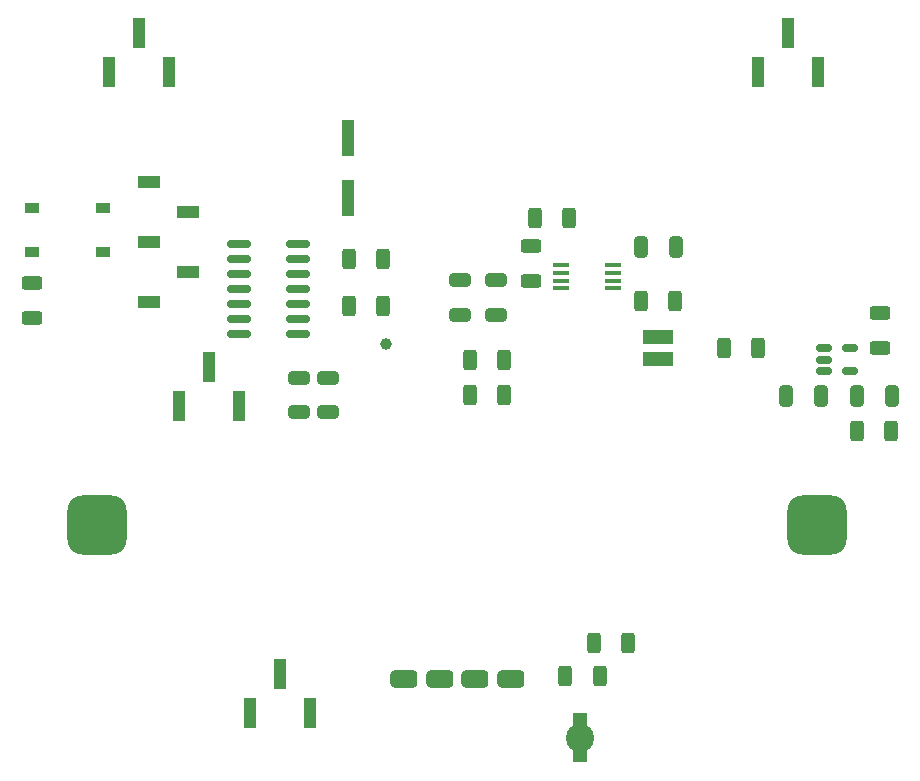
<source format=gbr>
%TF.GenerationSoftware,KiCad,Pcbnew,7.0.11*%
%TF.CreationDate,2025-03-11T10:56:17-07:00*%
%TF.ProjectId,nightLight,6e696768-744c-4696-9768-742e6b696361,rev?*%
%TF.SameCoordinates,Original*%
%TF.FileFunction,Soldermask,Top*%
%TF.FilePolarity,Negative*%
%FSLAX46Y46*%
G04 Gerber Fmt 4.6, Leading zero omitted, Abs format (unit mm)*
G04 Created by KiCad (PCBNEW 7.0.11) date 2025-03-11 10:56:17*
%MOMM*%
%LPD*%
G01*
G04 APERTURE LIST*
G04 Aperture macros list*
%AMRoundRect*
0 Rectangle with rounded corners*
0 $1 Rounding radius*
0 $2 $3 $4 $5 $6 $7 $8 $9 X,Y pos of 4 corners*
0 Add a 4 corners polygon primitive as box body*
4,1,4,$2,$3,$4,$5,$6,$7,$8,$9,$2,$3,0*
0 Add four circle primitives for the rounded corners*
1,1,$1+$1,$2,$3*
1,1,$1+$1,$4,$5*
1,1,$1+$1,$6,$7*
1,1,$1+$1,$8,$9*
0 Add four rect primitives between the rounded corners*
20,1,$1+$1,$2,$3,$4,$5,0*
20,1,$1+$1,$4,$5,$6,$7,0*
20,1,$1+$1,$6,$7,$8,$9,0*
20,1,$1+$1,$8,$9,$2,$3,0*%
G04 Aperture macros list end*
%ADD10C,2.400000*%
%ADD11R,1.250000X1.080000*%
%ADD12RoundRect,0.102000X-0.500000X-0.350000X0.500000X-0.350000X0.500000X0.350000X-0.500000X0.350000X0*%
%ADD13RoundRect,0.250000X-0.650000X0.325000X-0.650000X-0.325000X0.650000X-0.325000X0.650000X0.325000X0*%
%ADD14RoundRect,0.250000X0.312500X0.625000X-0.312500X0.625000X-0.312500X-0.625000X0.312500X-0.625000X0*%
%ADD15RoundRect,0.250000X-0.312500X-0.625000X0.312500X-0.625000X0.312500X0.625000X-0.312500X0.625000X0*%
%ADD16RoundRect,0.250000X0.325000X0.650000X-0.325000X0.650000X-0.325000X-0.650000X0.325000X-0.650000X0*%
%ADD17R,2.500000X1.150000*%
%ADD18RoundRect,0.150000X0.825000X0.150000X-0.825000X0.150000X-0.825000X-0.150000X0.825000X-0.150000X0*%
%ADD19RoundRect,0.250000X0.625000X-0.312500X0.625000X0.312500X-0.625000X0.312500X-0.625000X-0.312500X0*%
%ADD20R,1.000000X2.510000*%
%ADD21RoundRect,0.250000X-0.625000X0.312500X-0.625000X-0.312500X0.625000X-0.312500X0.625000X0.312500X0*%
%ADD22R,1.425000X0.450000*%
%ADD23R,1.900000X1.000000*%
%ADD24RoundRect,0.150000X-0.512500X-0.150000X0.512500X-0.150000X0.512500X0.150000X-0.512500X0.150000X0*%
%ADD25R,1.000000X3.150000*%
%ADD26RoundRect,1.250000X-1.250000X-1.250000X1.250000X-1.250000X1.250000X1.250000X-1.250000X1.250000X0*%
%ADD27RoundRect,0.250000X-0.325000X-0.650000X0.325000X-0.650000X0.325000X0.650000X-0.325000X0.650000X0*%
%ADD28RoundRect,0.381000X-0.762000X-0.381000X0.762000X-0.381000X0.762000X0.381000X-0.762000X0.381000X0*%
%ADD29C,1.000000*%
G04 APERTURE END LIST*
D10*
%TO.C,LED1*%
X160400000Y-136000000D03*
D11*
X160400000Y-137560000D03*
X160400000Y-134440000D03*
%TD*%
D12*
%TO.C,RST*%
X114000000Y-91150000D03*
X120000000Y-91150000D03*
X114000000Y-94850000D03*
X120000000Y-94850000D03*
%TD*%
D13*
%TO.C,C6*%
X139000000Y-105525000D03*
X139000000Y-108475000D03*
%TD*%
D14*
%TO.C,R9*%
X153962500Y-107000000D03*
X151037500Y-107000000D03*
%TD*%
D15*
%TO.C,R2*%
X159137500Y-130800000D03*
X162062500Y-130800000D03*
%TD*%
%TO.C,R4*%
X161537500Y-128000000D03*
X164462500Y-128000000D03*
%TD*%
D16*
%TO.C,C1*%
X168475000Y-94500000D03*
X165525000Y-94500000D03*
%TD*%
D17*
%TO.C,L1*%
X167000000Y-102075000D03*
X167000000Y-103925000D03*
%TD*%
D15*
%TO.C,R1*%
X172537500Y-103000000D03*
X175462500Y-103000000D03*
%TD*%
%TO.C,R10*%
X151037500Y-104000000D03*
X153962500Y-104000000D03*
%TD*%
D14*
%TO.C,R12*%
X143712500Y-95500000D03*
X140787500Y-95500000D03*
%TD*%
D16*
%TO.C,C4*%
X180750000Y-107050000D03*
X177800000Y-107050000D03*
%TD*%
D18*
%TO.C,U2*%
X136475000Y-101810000D03*
X136475000Y-100540000D03*
X136475000Y-99270000D03*
X136475000Y-98000000D03*
X136475000Y-96730000D03*
X136475000Y-95460000D03*
X136475000Y-94190000D03*
X131525000Y-94190000D03*
X131525000Y-95460000D03*
X131525000Y-96730000D03*
X131525000Y-98000000D03*
X131525000Y-99270000D03*
X131525000Y-100540000D03*
X131525000Y-101810000D03*
%TD*%
D19*
%TO.C,R11*%
X114000000Y-100462500D03*
X114000000Y-97537500D03*
%TD*%
D15*
%TO.C,R6*%
X183812500Y-110050000D03*
X186737500Y-110050000D03*
%TD*%
D19*
%TO.C,R5*%
X185775000Y-103012500D03*
X185775000Y-100087500D03*
%TD*%
D20*
%TO.C,J2*%
X132460000Y-133905000D03*
X135000000Y-130595000D03*
X137540000Y-133905000D03*
%TD*%
D21*
%TO.C,R7*%
X156200000Y-94350000D03*
X156200000Y-97312500D03*
%TD*%
D22*
%TO.C,IC1*%
X163212000Y-97975000D03*
X163212000Y-97325000D03*
X163212000Y-96675000D03*
X163212000Y-96025000D03*
X158788000Y-96025000D03*
X158788000Y-96675000D03*
X158788000Y-97325000D03*
X158788000Y-97975000D03*
%TD*%
D23*
%TO.C,J6*%
X123850000Y-88920000D03*
X127150000Y-91460000D03*
X123850000Y-94000000D03*
X127150000Y-96540000D03*
X123850000Y-99080000D03*
%TD*%
D20*
%TO.C,J3*%
X120460000Y-79655000D03*
X123000000Y-76345000D03*
X125540000Y-79655000D03*
%TD*%
D13*
%TO.C,C3*%
X153250000Y-97275000D03*
X153250000Y-100225000D03*
%TD*%
D24*
%TO.C,U1*%
X181000000Y-103050000D03*
X181000000Y-104000000D03*
X181000000Y-104950000D03*
X183275000Y-104950000D03*
X183275000Y-103050000D03*
%TD*%
D25*
%TO.C,SW1*%
X140750000Y-90275000D03*
X140750000Y-85225000D03*
%TD*%
D13*
%TO.C,C5*%
X150250000Y-97275000D03*
X150250000Y-100225000D03*
%TD*%
D26*
%TO.C,BT1*%
X180480000Y-118000000D03*
X119520000Y-118000000D03*
%TD*%
D20*
%TO.C,J5*%
X126460000Y-107905000D03*
X129000000Y-104595000D03*
X131540000Y-107905000D03*
%TD*%
%TO.C,J4*%
X175460000Y-79655000D03*
X178000000Y-76345000D03*
X180540000Y-79655000D03*
%TD*%
D15*
%TO.C,R13*%
X140787500Y-99500000D03*
X143712500Y-99500000D03*
%TD*%
D27*
%TO.C,C2*%
X183800000Y-107050000D03*
X186750000Y-107050000D03*
%TD*%
D28*
%TO.C,J1*%
X148500000Y-131000000D03*
X145500000Y-131000000D03*
X154500000Y-131000000D03*
X151500000Y-131000000D03*
%TD*%
D14*
%TO.C,R3*%
X168442500Y-99000000D03*
X165517500Y-99000000D03*
%TD*%
D13*
%TO.C,C7*%
X136600000Y-105525000D03*
X136600000Y-108475000D03*
%TD*%
D14*
%TO.C,R8*%
X159462500Y-92000000D03*
X156537500Y-92000000D03*
%TD*%
D29*
%TO.C,B1*%
X143920000Y-102670000D03*
%TD*%
M02*

</source>
